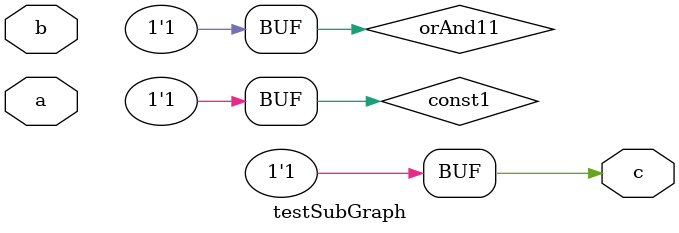
<source format=v>

module testSubGraph(
	a, b, 
	c
);
	// Writing inputs
	input a, b;
	// Writing outputs
	output c;
	// Writing gates for main graph
	wire andAB, orAnd11;
	
	wire const1;
	assign const1 = 1'b1;

	assign andAB = a & b;
	assign orAnd11 = andAB | const1;

	assign c = orAnd11;
endmodule

</source>
